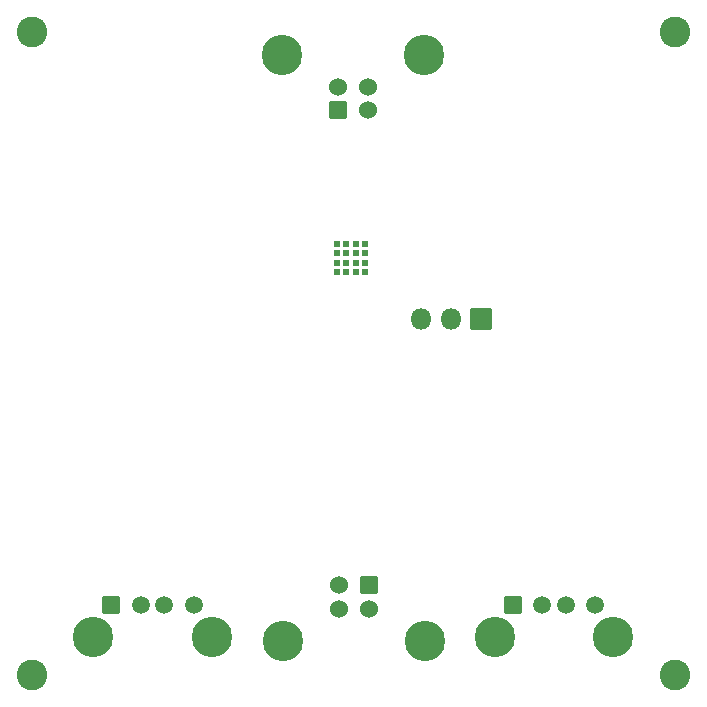
<source format=gbr>
%TF.GenerationSoftware,KiCad,Pcbnew,(7.0.0)*%
%TF.CreationDate,2023-04-25T20:48:09-05:00*%
%TF.ProjectId,GP2040-CE Planter,47503230-3430-42d4-9345-20506c616e74,rev?*%
%TF.SameCoordinates,Original*%
%TF.FileFunction,Soldermask,Bot*%
%TF.FilePolarity,Negative*%
%FSLAX46Y46*%
G04 Gerber Fmt 4.6, Leading zero omitted, Abs format (unit mm)*
G04 Created by KiCad (PCBNEW (7.0.0)) date 2023-04-25 20:48:09*
%MOMM*%
%LPD*%
G01*
G04 APERTURE LIST*
G04 Aperture macros list*
%AMRoundRect*
0 Rectangle with rounded corners*
0 $1 Rounding radius*
0 $2 $3 $4 $5 $6 $7 $8 $9 X,Y pos of 4 corners*
0 Add a 4 corners polygon primitive as box body*
4,1,4,$2,$3,$4,$5,$6,$7,$8,$9,$2,$3,0*
0 Add four circle primitives for the rounded corners*
1,1,$1+$1,$2,$3*
1,1,$1+$1,$4,$5*
1,1,$1+$1,$6,$7*
1,1,$1+$1,$8,$9*
0 Add four rect primitives between the rounded corners*
20,1,$1+$1,$2,$3,$4,$5,0*
20,1,$1+$1,$4,$5,$6,$7,0*
20,1,$1+$1,$6,$7,$8,$9,0*
20,1,$1+$1,$8,$9,$2,$3,0*%
G04 Aperture macros list end*
%ADD10RoundRect,0.050800X-0.714000X-0.714000X0.714000X-0.714000X0.714000X0.714000X-0.714000X0.714000X0*%
%ADD11C,1.529600*%
%ADD12C,3.417600*%
%ADD13C,2.601600*%
%ADD14RoundRect,0.050800X-0.850000X0.850000X-0.850000X-0.850000X0.850000X-0.850000X0.850000X0.850000X0*%
%ADD15O,1.801600X1.801600*%
%ADD16RoundRect,0.050800X-0.704000X-0.704000X0.704000X-0.704000X0.704000X0.704000X-0.704000X0.704000X0*%
%ADD17C,1.509600*%
%ADD18C,0.609600*%
%ADD19RoundRect,0.050800X0.714000X0.714000X-0.714000X0.714000X-0.714000X-0.714000X0.714000X-0.714000X0*%
G04 APERTURE END LIST*
D10*
%TO.C,J3*%
X139290750Y-67630000D03*
D11*
X136790750Y-67630000D03*
X136790750Y-69630000D03*
X139290750Y-69630000D03*
D12*
X132020750Y-72340000D03*
X144060750Y-72340000D03*
%TD*%
D13*
%TO.C,H4*%
X110800000Y-75200000D03*
%TD*%
%TO.C,H3*%
X165200000Y-75200000D03*
%TD*%
%TO.C,H2*%
X165200000Y-20800000D03*
%TD*%
%TO.C,H1*%
X110800000Y-20800000D03*
%TD*%
D14*
%TO.C,J4*%
X148825000Y-45100000D03*
D15*
X146284999Y-45099999D03*
X143744999Y-45099999D03*
%TD*%
D16*
%TO.C,J5*%
X151487500Y-69330000D03*
D17*
X153987500Y-69330000D03*
X155987500Y-69330000D03*
X158487500Y-69330000D03*
D12*
X149987500Y-72000000D03*
X159987500Y-72000000D03*
%TD*%
D18*
%TO.C,U2*%
X136618900Y-38718900D03*
X136618900Y-39506300D03*
X136618900Y-40293700D03*
X136618900Y-41081100D03*
X137406300Y-38718900D03*
X137406300Y-39506300D03*
X137406300Y-40293700D03*
X137406300Y-41081100D03*
X138193700Y-38718900D03*
X138193700Y-39506300D03*
X138193700Y-40293700D03*
X138193700Y-41081100D03*
X138981100Y-38718900D03*
X138981100Y-39506300D03*
X138981100Y-40293700D03*
X138981100Y-41081100D03*
%TD*%
D12*
%TO.C,J1*%
X131930000Y-22690000D03*
X143970000Y-22690000D03*
D11*
X136700000Y-25400000D03*
X139200000Y-25400000D03*
X139200000Y-27400000D03*
D19*
X136700000Y-27400000D03*
%TD*%
D12*
%TO.C,J2*%
X125987500Y-72000000D03*
X115987500Y-72000000D03*
D17*
X124487500Y-69330000D03*
X121987500Y-69330000D03*
X119987500Y-69330000D03*
D16*
X117487500Y-69330000D03*
%TD*%
M02*

</source>
